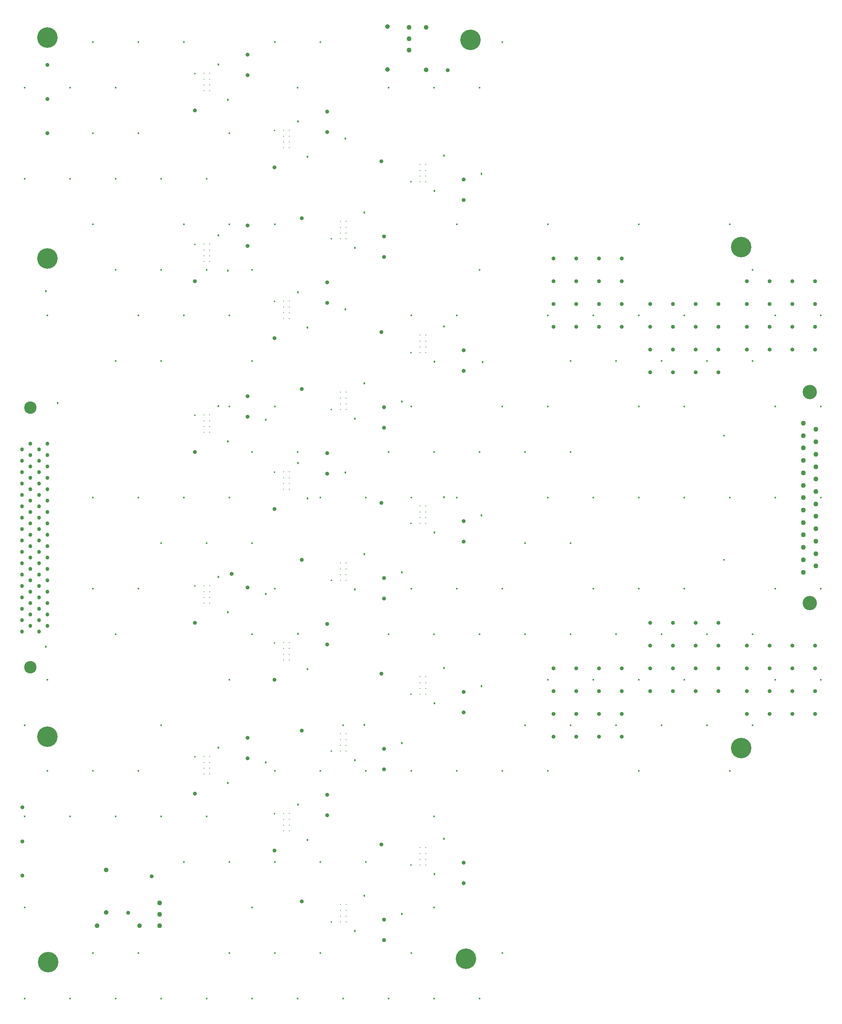
<source format=gbr>
%TF.GenerationSoftware,Altium Limited,Altium Designer,25.0.2 (28)*%
G04 Layer_Color=0*
%FSLAX45Y45*%
%MOMM*%
%TF.SameCoordinates,B88DCB4E-FD68-4634-876E-9F1E0B8218E1*%
%TF.FilePolarity,Positive*%
%TF.FileFunction,Plated,1,6,PTH,Drill*%
%TF.Part,Single*%
G01*
G75*
%TA.AperFunction,OtherDrill,Pad Free-Vg (29.972mm,75.692mm)*%
%ADD113C,0.91440*%
%TA.AperFunction,OtherDrill,Pad Free-Vs+ (29.972mm,83.312mm)*%
%ADD114C,0.91440*%
%TA.AperFunction,OtherDrill,Pad Free-Ve (29.972mm,68.072mm)*%
%ADD115C,0.91440*%
%TA.AperFunction,OtherDrill,Pad Free-Vs+ (124.968mm,247.777mm)*%
%ADD116C,0.91440*%
%TA.AperFunction,ComponentDrill*%
%ADD117C,1.05000*%
%ADD118C,1.05000*%
%TA.AperFunction,OtherDrill,Pad Free-Vs+ (53.594mm,59.817mm)*%
%ADD119C,0.91440*%
%TA.AperFunction,OtherDrill,Pad Free-4.5mm (35.687mm,48.768mm)*%
%ADD120C,4.57200*%
%TA.AperFunction,ComponentDrill*%
%ADD121C,1.10000*%
%TA.AperFunction,OtherDrill,Pad Free-Vs+ (58.801mm,67.945mm)*%
%ADD122C,0.91440*%
%TA.AperFunction,ComponentDrill*%
%ADD123C,0.86360*%
%ADD124C,2.76860*%
%ADD125C,0.91440*%
%TA.AperFunction,OtherDrill,Pad Free-Ve (35.56mm,233.68mm)*%
%ADD126C,0.91440*%
%TA.AperFunction,ComponentDrill*%
%ADD127C,1.09000*%
%ADD128C,3.20000*%
%TA.AperFunction,OtherDrill,Pad Free-Vs+ (35.56mm,248.92mm)*%
%ADD129C,0.91440*%
%TA.AperFunction,OtherDrill,Pad Free-Vg (35.56mm,241.3mm)*%
%ADD130C,0.91440*%
%TA.AperFunction,OtherDrill,Pad Free-4.5mm (190.5mm,208.28mm)*%
%ADD131C,4.57200*%
%TA.AperFunction,OtherDrill,Pad Free-4.5mm (190.5mm,96.52mm)*%
%ADD132C,4.57200*%
%TA.AperFunction,OtherDrill,Pad Free-4.5mm (35.56mm,205.74mm)*%
%ADD133C,4.57200*%
%TA.AperFunction,OtherDrill,Pad Free-4.5mm (35.56mm,99.06mm)*%
%ADD134C,4.57200*%
%TA.AperFunction,OtherDrill,Pad Free-4.5mm (35.56mm,255.016mm)*%
%ADD135C,4.57200*%
%TA.AperFunction,OtherDrill,Pad Free-4.5mm (130.048mm,254.508mm)*%
%ADD136C,4.57200*%
%TA.AperFunction,OtherDrill,Pad Free-4.5mm (129.032mm,49.53mm)*%
%ADD137C,4.57200*%
%TA.AperFunction,ViaDrill,NotFilled*%
%ADD138C,0.40640*%
%ADD139C,0.38100*%
%ADD140C,0.45720*%
%ADD141C,0.35560*%
%ADD142C,0.91440*%
%ADD143C,0.20000*%
D113*
X2997200Y7569200D02*
D03*
D114*
Y8331200D02*
D03*
D115*
Y6807200D02*
D03*
D116*
X12496800Y24777699D02*
D03*
D117*
X12014200Y25737299D02*
D03*
Y24783299D02*
D03*
X11150600Y24796001D02*
D03*
Y25750000D02*
D03*
X4864100Y6941300D02*
D03*
Y5987300D02*
D03*
D118*
X4659400Y5689600D02*
D03*
X5613400D02*
D03*
D119*
X5359400Y5981700D02*
D03*
D120*
X3568700Y4876800D02*
D03*
D121*
X11633200Y25730200D02*
D03*
Y25476199D02*
D03*
Y25222200D02*
D03*
X6057900Y5689600D02*
D03*
Y5943600D02*
D03*
Y6197600D02*
D03*
D122*
X5880100Y6794500D02*
D03*
D123*
X3365500Y12255500D02*
D03*
Y12509500D02*
D03*
X3556000Y12382500D02*
D03*
X3365500Y12763500D02*
D03*
X3556000Y12636500D02*
D03*
X3365500Y13017500D02*
D03*
X3556000Y12890500D02*
D03*
X3365500Y13271500D02*
D03*
X3556000Y13144501D02*
D03*
X3365500Y13525500D02*
D03*
X3556000Y13398500D02*
D03*
X3365500Y13779500D02*
D03*
X3556000Y13652499D02*
D03*
X3365500Y14033501D02*
D03*
X3556000Y13906500D02*
D03*
X3365500Y14287500D02*
D03*
X3556000Y14160500D02*
D03*
X3365500Y14541499D02*
D03*
X3556000Y14414500D02*
D03*
X3365500Y14795500D02*
D03*
X3556000Y14668500D02*
D03*
X3365500Y15049500D02*
D03*
X3556000Y14922501D02*
D03*
X3365500Y15303500D02*
D03*
X3556000Y15176500D02*
D03*
X3365500Y15557500D02*
D03*
X3556000Y15430499D02*
D03*
X3365500Y15811501D02*
D03*
X3556000Y15684500D02*
D03*
X3365500Y16065500D02*
D03*
X3556000Y15938499D02*
D03*
X3365500Y16319501D02*
D03*
X3556000Y16192500D02*
D03*
Y16446500D02*
D03*
X2984500Y12255500D02*
D03*
Y12509500D02*
D03*
X3175000Y12382500D02*
D03*
X2984500Y12763500D02*
D03*
X3175000Y12636500D02*
D03*
X2984500Y13017500D02*
D03*
X3175000Y12890500D02*
D03*
X2984500Y13271500D02*
D03*
X3175000Y13144501D02*
D03*
X2984500Y13525500D02*
D03*
X3175000Y13398500D02*
D03*
X2984500Y13779500D02*
D03*
X3175000Y13652499D02*
D03*
X2984500Y14033501D02*
D03*
X3175000Y13906500D02*
D03*
X2984500Y14287500D02*
D03*
X3175000Y14160500D02*
D03*
X2984500Y14541499D02*
D03*
X3175000Y14414500D02*
D03*
X2984500Y14795500D02*
D03*
X3175000Y14668500D02*
D03*
X2984500Y15049500D02*
D03*
X3175000Y14922501D02*
D03*
X2984500Y15303500D02*
D03*
X3175000Y15176500D02*
D03*
X2984500Y15557500D02*
D03*
X3175000Y15430499D02*
D03*
X2984500Y15811501D02*
D03*
X3175000Y15684500D02*
D03*
X2984500Y16065500D02*
D03*
X3175000Y15938499D02*
D03*
X2984500Y16319501D02*
D03*
X3175000Y16192500D02*
D03*
Y16446500D02*
D03*
D124*
Y11455400D02*
D03*
Y17246600D02*
D03*
D125*
X16383000Y19050000D02*
D03*
Y19558000D02*
D03*
Y20066000D02*
D03*
Y20574001D02*
D03*
X15875000Y19050000D02*
D03*
Y19558000D02*
D03*
Y20066000D02*
D03*
Y20574001D02*
D03*
X15367000Y19050000D02*
D03*
Y19558000D02*
D03*
Y20066000D02*
D03*
Y20574001D02*
D03*
X14859000Y19050000D02*
D03*
Y19558000D02*
D03*
Y20066000D02*
D03*
Y20574001D02*
D03*
X18542000Y12446000D02*
D03*
Y11938000D02*
D03*
Y11430000D02*
D03*
Y10922000D02*
D03*
X18034000Y12446000D02*
D03*
Y11938000D02*
D03*
Y11430000D02*
D03*
Y10922000D02*
D03*
X17525999Y12446000D02*
D03*
Y11938000D02*
D03*
Y11430000D02*
D03*
Y10922000D02*
D03*
X17017999Y12446000D02*
D03*
Y11938000D02*
D03*
Y11430000D02*
D03*
Y10922000D02*
D03*
X20700999Y11938000D02*
D03*
Y11430000D02*
D03*
Y10922000D02*
D03*
Y10414000D02*
D03*
X20192999Y11938000D02*
D03*
Y11430000D02*
D03*
Y10922000D02*
D03*
Y10414000D02*
D03*
X19685001Y11938000D02*
D03*
Y11430000D02*
D03*
Y10922000D02*
D03*
Y10414000D02*
D03*
X19177000Y11938000D02*
D03*
Y11430000D02*
D03*
Y10922000D02*
D03*
Y10414000D02*
D03*
X20700999Y18542000D02*
D03*
Y19050000D02*
D03*
Y19558000D02*
D03*
Y20066000D02*
D03*
X20192999Y18542000D02*
D03*
Y19050000D02*
D03*
Y19558000D02*
D03*
Y20066000D02*
D03*
X19685001Y18542000D02*
D03*
Y19050000D02*
D03*
Y19558000D02*
D03*
Y20066000D02*
D03*
X19177000Y18542000D02*
D03*
Y19050000D02*
D03*
Y19558000D02*
D03*
Y20066000D02*
D03*
X16383000Y11430000D02*
D03*
Y10922000D02*
D03*
Y10414000D02*
D03*
Y9906000D02*
D03*
X15875000Y11430000D02*
D03*
Y10922000D02*
D03*
Y10414000D02*
D03*
Y9906000D02*
D03*
X15367000Y11430000D02*
D03*
Y10922000D02*
D03*
Y10414000D02*
D03*
Y9906000D02*
D03*
X14859000Y11430000D02*
D03*
Y10922000D02*
D03*
Y10414000D02*
D03*
Y9906000D02*
D03*
X18542000Y18034000D02*
D03*
Y18542000D02*
D03*
Y19050000D02*
D03*
Y19558000D02*
D03*
X18034000Y18034000D02*
D03*
Y18542000D02*
D03*
Y19050000D02*
D03*
Y19558000D02*
D03*
X17525999Y18034000D02*
D03*
Y18542000D02*
D03*
Y19050000D02*
D03*
Y19558000D02*
D03*
X17017999Y18034000D02*
D03*
Y18542000D02*
D03*
Y19050000D02*
D03*
Y19558000D02*
D03*
D126*
X3556000Y23367999D02*
D03*
D127*
X20716200Y13716499D02*
D03*
Y13993500D02*
D03*
Y14270500D02*
D03*
Y14547501D02*
D03*
Y14824500D02*
D03*
Y15101500D02*
D03*
Y15378500D02*
D03*
Y15655499D02*
D03*
Y15932500D02*
D03*
Y16209500D02*
D03*
Y16486501D02*
D03*
Y16763499D02*
D03*
X20432201Y13578000D02*
D03*
Y13855000D02*
D03*
Y14132001D02*
D03*
Y14409000D02*
D03*
Y14686000D02*
D03*
Y14963000D02*
D03*
Y16625000D02*
D03*
Y16902000D02*
D03*
Y16071001D02*
D03*
Y16348000D02*
D03*
Y15794000D02*
D03*
Y15517000D02*
D03*
Y15239999D02*
D03*
D128*
X20574200Y17595000D02*
D03*
Y12885001D02*
D03*
D129*
X3556000Y24892000D02*
D03*
D130*
Y24130000D02*
D03*
D131*
X19050000Y20828000D02*
D03*
D132*
Y9652000D02*
D03*
D133*
X3556000Y20574001D02*
D03*
D134*
Y9906000D02*
D03*
D135*
Y25501601D02*
D03*
D136*
X13004800Y25450800D02*
D03*
D137*
X12903200Y4953000D02*
D03*
D138*
X20828000Y19303999D02*
D03*
Y17272000D02*
D03*
Y15239999D02*
D03*
Y13208000D02*
D03*
Y11176000D02*
D03*
X19303999Y20320000D02*
D03*
X19812000Y19303999D02*
D03*
X19303999Y18288000D02*
D03*
X19812000Y17272000D02*
D03*
Y15239999D02*
D03*
Y13208000D02*
D03*
X19303999Y12192000D02*
D03*
X19812000Y11176000D02*
D03*
X19303999Y10160000D02*
D03*
X18796001Y21336000D02*
D03*
X18288000Y18288000D02*
D03*
X18796001Y15239999D02*
D03*
X18288000Y12192000D02*
D03*
Y10160000D02*
D03*
X18796001Y9144000D02*
D03*
X17780000Y19303999D02*
D03*
X17272000Y18288000D02*
D03*
X17780000Y17272000D02*
D03*
Y15239999D02*
D03*
Y13208000D02*
D03*
X17272000Y12192000D02*
D03*
X17780000Y11176000D02*
D03*
X17272000Y10160000D02*
D03*
X16764000Y21336000D02*
D03*
Y19303999D02*
D03*
X16256000Y18288000D02*
D03*
X16764000Y17272000D02*
D03*
Y15239999D02*
D03*
Y13208000D02*
D03*
X16256000Y12192000D02*
D03*
X16764000Y11176000D02*
D03*
X16256000Y10160000D02*
D03*
X16764000Y9144000D02*
D03*
X15748000Y19303999D02*
D03*
X15239999Y18288000D02*
D03*
Y16256000D02*
D03*
X15748000Y15239999D02*
D03*
X15239999Y14224001D02*
D03*
X15748000Y13208000D02*
D03*
X15239999Y12192000D02*
D03*
X15748000Y11176000D02*
D03*
X15239999Y10160000D02*
D03*
X14732001Y21336000D02*
D03*
Y19303999D02*
D03*
Y17272000D02*
D03*
X14224001Y16256000D02*
D03*
X14732001Y15239999D02*
D03*
X14224001Y14224001D02*
D03*
Y12192000D02*
D03*
X14732001Y11176000D02*
D03*
X14224001Y10160000D02*
D03*
X14732001Y9144000D02*
D03*
X13716000Y25400000D02*
D03*
X13208000Y24384000D02*
D03*
Y20320000D02*
D03*
X13716000Y17272000D02*
D03*
X13208000Y16256000D02*
D03*
X13716000Y13208000D02*
D03*
X13208000Y12192000D02*
D03*
X13716000Y9144000D02*
D03*
Y5080000D02*
D03*
X13208000Y4064000D02*
D03*
X12192000Y24384000D02*
D03*
X12700000Y21336000D02*
D03*
Y19303999D02*
D03*
X12192000Y16256000D02*
D03*
X12700000Y15239999D02*
D03*
Y13208000D02*
D03*
X12192000Y12192000D02*
D03*
X12700000Y9144000D02*
D03*
X12192000Y8128000D02*
D03*
Y6096000D02*
D03*
Y4064000D02*
D03*
X11176000Y24384000D02*
D03*
X11684000Y19303999D02*
D03*
Y17272000D02*
D03*
X11176000Y16256000D02*
D03*
X11684000Y15239999D02*
D03*
Y13208000D02*
D03*
X11176000Y12192000D02*
D03*
X11684000Y9144000D02*
D03*
Y5080000D02*
D03*
X11176000Y4064000D02*
D03*
X10668000Y15239999D02*
D03*
X10160000Y10160000D02*
D03*
X10668000Y9144000D02*
D03*
Y7112000D02*
D03*
X10160000Y4064000D02*
D03*
X9652000Y25400000D02*
D03*
X9144000Y24384000D02*
D03*
Y16256000D02*
D03*
X9652000Y15239999D02*
D03*
Y9144000D02*
D03*
Y7112000D02*
D03*
Y5080000D02*
D03*
X9144000Y4064000D02*
D03*
X8636000Y25400000D02*
D03*
Y21336000D02*
D03*
X8128000Y20320000D02*
D03*
Y18288000D02*
D03*
X8636000Y17272000D02*
D03*
X8128000Y16256000D02*
D03*
Y14224001D02*
D03*
X8636000Y13208000D02*
D03*
X8128000Y12192000D02*
D03*
X8636000Y9144000D02*
D03*
Y7112000D02*
D03*
X8128000Y6096000D02*
D03*
X8636000Y5080000D02*
D03*
X8128000Y4064000D02*
D03*
X7620000Y23367999D02*
D03*
X7112000Y22352000D02*
D03*
X7620000Y21336000D02*
D03*
X7112000Y20320000D02*
D03*
X7620000Y19303999D02*
D03*
Y17272000D02*
D03*
Y15239999D02*
D03*
X7112000Y14224001D02*
D03*
X7620000Y11176000D02*
D03*
X7112000Y8128000D02*
D03*
X7620000Y7112000D02*
D03*
Y5080000D02*
D03*
X7112000Y4064000D02*
D03*
X6604000Y25400000D02*
D03*
X6096000Y22352000D02*
D03*
X6604000Y21336000D02*
D03*
X6096000Y20320000D02*
D03*
X6604000Y19303999D02*
D03*
X6096000Y18288000D02*
D03*
X6604000Y15239999D02*
D03*
X6096000Y14224001D02*
D03*
Y10160000D02*
D03*
Y8128000D02*
D03*
X6604000Y7112000D02*
D03*
X6096000Y4064000D02*
D03*
X5588000Y25400000D02*
D03*
X5080000Y24384000D02*
D03*
X5588000Y23367999D02*
D03*
X5080000Y22352000D02*
D03*
Y20320000D02*
D03*
X5588000Y19303999D02*
D03*
X5080000Y18288000D02*
D03*
X5588000Y15239999D02*
D03*
Y13208000D02*
D03*
X5080000Y12192000D02*
D03*
X5588000Y9144000D02*
D03*
X5080000Y8128000D02*
D03*
X5588000Y5080000D02*
D03*
X5080000Y4064000D02*
D03*
X4572000Y25400000D02*
D03*
X4064000Y24384000D02*
D03*
X4572000Y23367999D02*
D03*
X4064000Y22352000D02*
D03*
X4572000Y21336000D02*
D03*
Y15239999D02*
D03*
Y13208000D02*
D03*
Y9144000D02*
D03*
X4064000Y8128000D02*
D03*
X4572000Y5080000D02*
D03*
X4064000Y4064000D02*
D03*
X3048000Y24384000D02*
D03*
Y22352000D02*
D03*
X3556000Y19303999D02*
D03*
Y11176000D02*
D03*
X3048000Y10160000D02*
D03*
X3556000Y9144000D02*
D03*
X3048000Y8128000D02*
D03*
Y6096000D02*
D03*
Y4064000D02*
D03*
D139*
X18669000Y13855000D02*
D03*
Y16625002D02*
D03*
D140*
X8432800Y9334500D02*
D03*
Y13093700D02*
D03*
X10210800Y15798801D02*
D03*
X8432800Y16979900D02*
D03*
X10210800Y19443700D02*
D03*
Y23253700D02*
D03*
X13271500Y18262601D02*
D03*
X3517900Y19850101D02*
D03*
X11468100Y5956300D02*
D03*
Y9766300D02*
D03*
X13246100Y11036300D02*
D03*
X11468100Y13576300D02*
D03*
X13246100Y22466299D02*
D03*
X11468100Y17386301D02*
D03*
X13246100Y14846300D02*
D03*
X10417600Y5575300D02*
D03*
X10628300Y6362700D02*
D03*
X12195600Y6845300D02*
D03*
X12406300Y7632700D02*
D03*
X10417600Y9385300D02*
D03*
X10628300Y10172700D02*
D03*
X12195600Y10655300D02*
D03*
X12406300Y11442700D02*
D03*
X10417600Y13195300D02*
D03*
X10628300Y13982700D02*
D03*
X12195600Y14465300D02*
D03*
X12406300Y15252699D02*
D03*
X10417090Y17005811D02*
D03*
X10628300Y17792700D02*
D03*
X12195090Y18275810D02*
D03*
X12406300Y19062700D02*
D03*
X10417600Y20815300D02*
D03*
X10628300Y21602699D02*
D03*
X12195600Y22085300D02*
D03*
X12406300Y22872701D02*
D03*
X9357790Y7607810D02*
D03*
X9147090Y8395210D02*
D03*
X7579790Y8877810D02*
D03*
X7369090Y9665210D02*
D03*
X9357790Y11417810D02*
D03*
X9147090Y12205210D02*
D03*
X7579790Y12687810D02*
D03*
X7369090Y13475211D02*
D03*
X9357790Y15227811D02*
D03*
X9147090Y16015210D02*
D03*
X7579790Y16497810D02*
D03*
X7369090Y17285210D02*
D03*
X9357790Y19037810D02*
D03*
X9147090Y19825211D02*
D03*
X7579790Y20307809D02*
D03*
X7369090Y21095210D02*
D03*
X9357790Y22847810D02*
D03*
X9147600Y23634700D02*
D03*
X7579790Y24117810D02*
D03*
X7369600Y24904700D02*
D03*
X3517900Y11912600D02*
D03*
X3784600Y17348199D02*
D03*
D141*
X8627500Y8191500D02*
D03*
X6849500Y9461500D02*
D03*
X8627500Y12001500D02*
D03*
X6849500Y13271500D02*
D03*
X8627500Y15811501D02*
D03*
X6849500Y17081500D02*
D03*
X8627500Y19621500D02*
D03*
X6849500Y20891499D02*
D03*
X8627500Y23431500D02*
D03*
X6849500Y24701500D02*
D03*
X9897500Y5778500D02*
D03*
X11675500Y7048500D02*
D03*
X9897500Y9588500D02*
D03*
X11675500Y10858500D02*
D03*
X9897500Y13398500D02*
D03*
X11675500Y14668500D02*
D03*
X9897500Y17208501D02*
D03*
X11675500Y18478500D02*
D03*
X9897500Y21018500D02*
D03*
X11675500Y22288499D02*
D03*
D142*
X7670800Y13538200D02*
D03*
X8026400Y25120599D02*
D03*
X9804400Y23850600D02*
D03*
X8026400Y21310600D02*
D03*
X9804400Y20040601D02*
D03*
X8026400Y17500600D02*
D03*
X9804400Y16230600D02*
D03*
Y12420600D02*
D03*
X8026400Y9880600D02*
D03*
X9804400Y8610600D02*
D03*
X11074400Y5372100D02*
D03*
X12852400Y6642100D02*
D03*
X11074400Y9182100D02*
D03*
X12852400Y10452100D02*
D03*
Y21882100D02*
D03*
X11074400Y20612100D02*
D03*
X12852400Y18072099D02*
D03*
X11074400Y16802100D02*
D03*
X12852400Y14262100D02*
D03*
X11074400Y12992101D02*
D03*
X12852400Y22339301D02*
D03*
X11010900Y22745700D02*
D03*
X12852400Y18529300D02*
D03*
X11010900Y18935699D02*
D03*
X12852400Y14719299D02*
D03*
X11010900Y15125700D02*
D03*
X12852400Y10909300D02*
D03*
X11010900Y11315700D02*
D03*
X12852400Y7099300D02*
D03*
X11010900Y7505700D02*
D03*
X8623300Y7366000D02*
D03*
X9804400Y8153400D02*
D03*
X8623300Y11176000D02*
D03*
X9804400Y11963400D02*
D03*
X8623300Y22606000D02*
D03*
X9804400Y23393401D02*
D03*
X8623300Y14986000D02*
D03*
X9804400Y15773399D02*
D03*
Y19583400D02*
D03*
X8623300Y18796001D02*
D03*
X11074400Y5829300D02*
D03*
Y9639300D02*
D03*
Y21069299D02*
D03*
Y17259300D02*
D03*
X9232900Y6235700D02*
D03*
Y10045700D02*
D03*
Y21475700D02*
D03*
Y17665700D02*
D03*
Y13855701D02*
D03*
X11074400Y13449300D02*
D03*
X8026400Y9423400D02*
D03*
Y13233400D02*
D03*
Y24663400D02*
D03*
Y20853400D02*
D03*
X6845300Y8636000D02*
D03*
Y12446000D02*
D03*
Y20066000D02*
D03*
Y23875999D02*
D03*
Y16256000D02*
D03*
X8026400Y17043401D02*
D03*
D143*
X12003000Y7044000D02*
D03*
X11873000D02*
D03*
X12003000Y7434000D02*
D03*
X11873000D02*
D03*
X12003000Y7304000D02*
D03*
X11873000D02*
D03*
X12003000Y7174000D02*
D03*
X11873000D02*
D03*
X12003000Y10854000D02*
D03*
X11873000D02*
D03*
X12003000Y11244000D02*
D03*
X11873000D02*
D03*
X12003000Y11114000D02*
D03*
X11873000D02*
D03*
X12003000Y10984000D02*
D03*
X11873000D02*
D03*
X12003000Y22284000D02*
D03*
X11873000D02*
D03*
X12003000Y22674001D02*
D03*
X11873000D02*
D03*
X12003000Y22544000D02*
D03*
X11873000D02*
D03*
X12003000Y22414000D02*
D03*
X11873000D02*
D03*
X12003000Y18474001D02*
D03*
X11873000D02*
D03*
X12003000Y18864000D02*
D03*
X11873000D02*
D03*
X12003000Y18734000D02*
D03*
X11873000D02*
D03*
X12003000Y18603999D02*
D03*
X11873000D02*
D03*
X12003000Y14664000D02*
D03*
X11873000D02*
D03*
X12003000Y15053999D02*
D03*
X11873000D02*
D03*
X12003000Y14924001D02*
D03*
X11873000D02*
D03*
X12003000Y14794000D02*
D03*
X11873000D02*
D03*
X8955000Y8196000D02*
D03*
X8825000D02*
D03*
X8955000Y7806000D02*
D03*
X8825000D02*
D03*
X8955000Y7936000D02*
D03*
X8825000D02*
D03*
X8955000Y8066000D02*
D03*
X8825000D02*
D03*
X8955000Y23436000D02*
D03*
X8825000D02*
D03*
X8955000Y23046001D02*
D03*
X8825000D02*
D03*
X8955000Y23175999D02*
D03*
X8825000D02*
D03*
X8955000Y23306000D02*
D03*
X8825000D02*
D03*
X8955000Y19625999D02*
D03*
X8825000D02*
D03*
X8955000Y19236000D02*
D03*
X8825000D02*
D03*
X8955000Y19366000D02*
D03*
X8825000D02*
D03*
X8955000Y19496001D02*
D03*
X8825000D02*
D03*
X8955000Y12006000D02*
D03*
X8825000D02*
D03*
X8955000Y11616000D02*
D03*
X8825000D02*
D03*
X8955000Y11746000D02*
D03*
X8825000D02*
D03*
X8955000Y11876000D02*
D03*
X8825000D02*
D03*
X8955000Y15816000D02*
D03*
X8825000D02*
D03*
X8955000Y15425999D02*
D03*
X8825000D02*
D03*
X8955000Y15556000D02*
D03*
X8825000D02*
D03*
X8955000Y15686000D02*
D03*
X8825000D02*
D03*
X10225000Y5774000D02*
D03*
X10095000D02*
D03*
X10225000Y6164000D02*
D03*
X10095000D02*
D03*
X10225000Y6034000D02*
D03*
X10095000D02*
D03*
X10225000Y5904000D02*
D03*
X10095000D02*
D03*
X10225000Y9584000D02*
D03*
X10095000D02*
D03*
X10225000Y9974000D02*
D03*
X10095000D02*
D03*
X10225000Y9844000D02*
D03*
X10095000D02*
D03*
X10225000Y9714000D02*
D03*
X10095000D02*
D03*
X10225000Y21014000D02*
D03*
X10095000D02*
D03*
X10225000Y21403999D02*
D03*
X10095000D02*
D03*
X10225000Y21274001D02*
D03*
X10095000D02*
D03*
X10225000Y21144000D02*
D03*
X10095000D02*
D03*
X10225000Y17203999D02*
D03*
X10095000D02*
D03*
X10225000Y17594000D02*
D03*
X10095000D02*
D03*
X10225000Y17464000D02*
D03*
X10095000D02*
D03*
X10225000Y17334000D02*
D03*
X10095000D02*
D03*
X10225000Y13394000D02*
D03*
X10095000D02*
D03*
X10225000Y13784000D02*
D03*
X10095000D02*
D03*
X10225000Y13653999D02*
D03*
X10095000D02*
D03*
X10225000Y13524001D02*
D03*
X10095000D02*
D03*
X7177000Y24706000D02*
D03*
X7047000D02*
D03*
X7177000Y24316000D02*
D03*
X7047000D02*
D03*
X7177000Y24446001D02*
D03*
X7047000D02*
D03*
X7177000Y24575999D02*
D03*
X7047000D02*
D03*
X7177000Y20896001D02*
D03*
X7047000D02*
D03*
X7177000Y20506000D02*
D03*
X7047000D02*
D03*
X7177000Y20636000D02*
D03*
X7047000D02*
D03*
X7177000Y20766000D02*
D03*
X7047000D02*
D03*
X7177000Y9466000D02*
D03*
X7047000D02*
D03*
X7177000Y9076000D02*
D03*
X7047000D02*
D03*
X7177000Y9206000D02*
D03*
X7047000D02*
D03*
X7177000Y9336000D02*
D03*
X7047000D02*
D03*
X7177000Y13275999D02*
D03*
X7047000D02*
D03*
X7177000Y12886000D02*
D03*
X7047000D02*
D03*
X7177000Y13016000D02*
D03*
X7047000D02*
D03*
X7177000Y13146001D02*
D03*
X7047000D02*
D03*
X7177000Y17086000D02*
D03*
X7047000D02*
D03*
X7177000Y16696001D02*
D03*
X7047000D02*
D03*
X7177000Y16825999D02*
D03*
X7047000D02*
D03*
X7177000Y16956000D02*
D03*
X7047000D02*
D03*
%TF.MD5,6d464653ec51fb6b6c0d906fac62c77c*%
M02*

</source>
